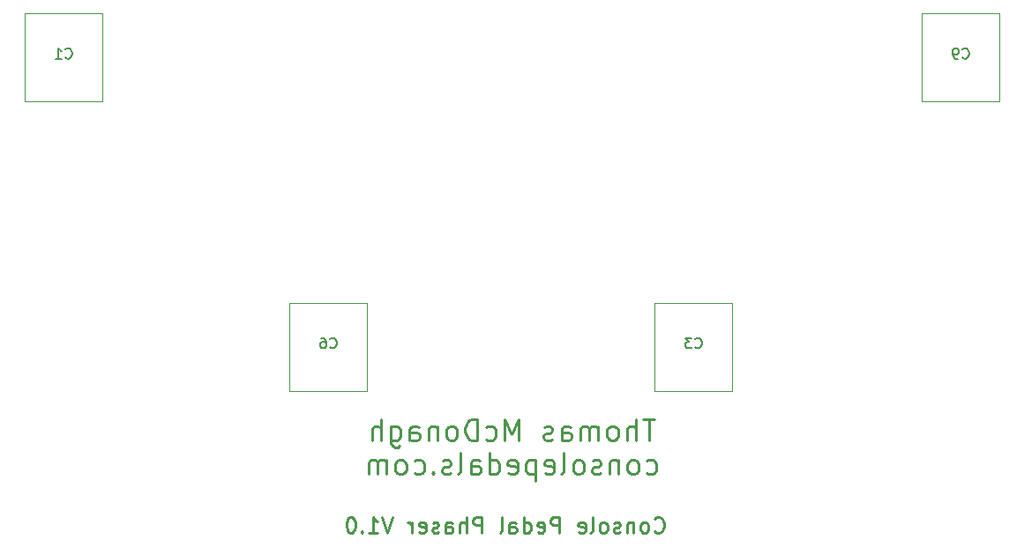
<source format=gbr>
G04 #@! TF.GenerationSoftware,KiCad,Pcbnew,(5.1.7)-1*
G04 #@! TF.CreationDate,2021-07-20T19:06:59-05:00*
G04 #@! TF.ProjectId,ConsolePedalPhaser,436f6e73-6f6c-4655-9065-64616c506861,rev?*
G04 #@! TF.SameCoordinates,Original*
G04 #@! TF.FileFunction,Legend,Bot*
G04 #@! TF.FilePolarity,Positive*
%FSLAX46Y46*%
G04 Gerber Fmt 4.6, Leading zero omitted, Abs format (unit mm)*
G04 Created by KiCad (PCBNEW (5.1.7)-1) date 2021-07-20 19:06:59*
%MOMM*%
%LPD*%
G01*
G04 APERTURE LIST*
%ADD10C,0.250000*%
%ADD11C,0.120000*%
%ADD12C,0.150000*%
G04 APERTURE END LIST*
D10*
X146401428Y-121820714D02*
X146472857Y-121892142D01*
X146687142Y-121963571D01*
X146830000Y-121963571D01*
X147044285Y-121892142D01*
X147187142Y-121749285D01*
X147258571Y-121606428D01*
X147330000Y-121320714D01*
X147330000Y-121106428D01*
X147258571Y-120820714D01*
X147187142Y-120677857D01*
X147044285Y-120535000D01*
X146830000Y-120463571D01*
X146687142Y-120463571D01*
X146472857Y-120535000D01*
X146401428Y-120606428D01*
X145544285Y-121963571D02*
X145687142Y-121892142D01*
X145758571Y-121820714D01*
X145830000Y-121677857D01*
X145830000Y-121249285D01*
X145758571Y-121106428D01*
X145687142Y-121035000D01*
X145544285Y-120963571D01*
X145330000Y-120963571D01*
X145187142Y-121035000D01*
X145115714Y-121106428D01*
X145044285Y-121249285D01*
X145044285Y-121677857D01*
X145115714Y-121820714D01*
X145187142Y-121892142D01*
X145330000Y-121963571D01*
X145544285Y-121963571D01*
X144401428Y-120963571D02*
X144401428Y-121963571D01*
X144401428Y-121106428D02*
X144330000Y-121035000D01*
X144187142Y-120963571D01*
X143972857Y-120963571D01*
X143830000Y-121035000D01*
X143758571Y-121177857D01*
X143758571Y-121963571D01*
X143115714Y-121892142D02*
X142972857Y-121963571D01*
X142687142Y-121963571D01*
X142544285Y-121892142D01*
X142472857Y-121749285D01*
X142472857Y-121677857D01*
X142544285Y-121535000D01*
X142687142Y-121463571D01*
X142901428Y-121463571D01*
X143044285Y-121392142D01*
X143115714Y-121249285D01*
X143115714Y-121177857D01*
X143044285Y-121035000D01*
X142901428Y-120963571D01*
X142687142Y-120963571D01*
X142544285Y-121035000D01*
X141615714Y-121963571D02*
X141758571Y-121892142D01*
X141830000Y-121820714D01*
X141901428Y-121677857D01*
X141901428Y-121249285D01*
X141830000Y-121106428D01*
X141758571Y-121035000D01*
X141615714Y-120963571D01*
X141401428Y-120963571D01*
X141258571Y-121035000D01*
X141187142Y-121106428D01*
X141115714Y-121249285D01*
X141115714Y-121677857D01*
X141187142Y-121820714D01*
X141258571Y-121892142D01*
X141401428Y-121963571D01*
X141615714Y-121963571D01*
X140258571Y-121963571D02*
X140401428Y-121892142D01*
X140472857Y-121749285D01*
X140472857Y-120463571D01*
X139115714Y-121892142D02*
X139258571Y-121963571D01*
X139544285Y-121963571D01*
X139687142Y-121892142D01*
X139758571Y-121749285D01*
X139758571Y-121177857D01*
X139687142Y-121035000D01*
X139544285Y-120963571D01*
X139258571Y-120963571D01*
X139115714Y-121035000D01*
X139044285Y-121177857D01*
X139044285Y-121320714D01*
X139758571Y-121463571D01*
X137258571Y-121963571D02*
X137258571Y-120463571D01*
X136687142Y-120463571D01*
X136544285Y-120535000D01*
X136472857Y-120606428D01*
X136401428Y-120749285D01*
X136401428Y-120963571D01*
X136472857Y-121106428D01*
X136544285Y-121177857D01*
X136687142Y-121249285D01*
X137258571Y-121249285D01*
X135187142Y-121892142D02*
X135330000Y-121963571D01*
X135615714Y-121963571D01*
X135758571Y-121892142D01*
X135830000Y-121749285D01*
X135830000Y-121177857D01*
X135758571Y-121035000D01*
X135615714Y-120963571D01*
X135330000Y-120963571D01*
X135187142Y-121035000D01*
X135115714Y-121177857D01*
X135115714Y-121320714D01*
X135830000Y-121463571D01*
X133830000Y-121963571D02*
X133830000Y-120463571D01*
X133830000Y-121892142D02*
X133972857Y-121963571D01*
X134258571Y-121963571D01*
X134401428Y-121892142D01*
X134472857Y-121820714D01*
X134544285Y-121677857D01*
X134544285Y-121249285D01*
X134472857Y-121106428D01*
X134401428Y-121035000D01*
X134258571Y-120963571D01*
X133972857Y-120963571D01*
X133830000Y-121035000D01*
X132472857Y-121963571D02*
X132472857Y-121177857D01*
X132544285Y-121035000D01*
X132687142Y-120963571D01*
X132972857Y-120963571D01*
X133115714Y-121035000D01*
X132472857Y-121892142D02*
X132615714Y-121963571D01*
X132972857Y-121963571D01*
X133115714Y-121892142D01*
X133187142Y-121749285D01*
X133187142Y-121606428D01*
X133115714Y-121463571D01*
X132972857Y-121392142D01*
X132615714Y-121392142D01*
X132472857Y-121320714D01*
X131544285Y-121963571D02*
X131687142Y-121892142D01*
X131758571Y-121749285D01*
X131758571Y-120463571D01*
X129830000Y-121963571D02*
X129830000Y-120463571D01*
X129258571Y-120463571D01*
X129115714Y-120535000D01*
X129044285Y-120606428D01*
X128972857Y-120749285D01*
X128972857Y-120963571D01*
X129044285Y-121106428D01*
X129115714Y-121177857D01*
X129258571Y-121249285D01*
X129830000Y-121249285D01*
X128330000Y-121963571D02*
X128330000Y-120463571D01*
X127687142Y-121963571D02*
X127687142Y-121177857D01*
X127758571Y-121035000D01*
X127901428Y-120963571D01*
X128115714Y-120963571D01*
X128258571Y-121035000D01*
X128330000Y-121106428D01*
X126330000Y-121963571D02*
X126330000Y-121177857D01*
X126401428Y-121035000D01*
X126544285Y-120963571D01*
X126830000Y-120963571D01*
X126972857Y-121035000D01*
X126330000Y-121892142D02*
X126472857Y-121963571D01*
X126830000Y-121963571D01*
X126972857Y-121892142D01*
X127044285Y-121749285D01*
X127044285Y-121606428D01*
X126972857Y-121463571D01*
X126830000Y-121392142D01*
X126472857Y-121392142D01*
X126330000Y-121320714D01*
X125687142Y-121892142D02*
X125544285Y-121963571D01*
X125258571Y-121963571D01*
X125115714Y-121892142D01*
X125044285Y-121749285D01*
X125044285Y-121677857D01*
X125115714Y-121535000D01*
X125258571Y-121463571D01*
X125472857Y-121463571D01*
X125615714Y-121392142D01*
X125687142Y-121249285D01*
X125687142Y-121177857D01*
X125615714Y-121035000D01*
X125472857Y-120963571D01*
X125258571Y-120963571D01*
X125115714Y-121035000D01*
X123830000Y-121892142D02*
X123972857Y-121963571D01*
X124258571Y-121963571D01*
X124401428Y-121892142D01*
X124472857Y-121749285D01*
X124472857Y-121177857D01*
X124401428Y-121035000D01*
X124258571Y-120963571D01*
X123972857Y-120963571D01*
X123830000Y-121035000D01*
X123758571Y-121177857D01*
X123758571Y-121320714D01*
X124472857Y-121463571D01*
X123115714Y-121963571D02*
X123115714Y-120963571D01*
X123115714Y-121249285D02*
X123044285Y-121106428D01*
X122972857Y-121035000D01*
X122830000Y-120963571D01*
X122687142Y-120963571D01*
X121258571Y-120463571D02*
X120758571Y-121963571D01*
X120258571Y-120463571D01*
X118972857Y-121963571D02*
X119830000Y-121963571D01*
X119401428Y-121963571D02*
X119401428Y-120463571D01*
X119544285Y-120677857D01*
X119687142Y-120820714D01*
X119830000Y-120892142D01*
X118330000Y-121820714D02*
X118258571Y-121892142D01*
X118330000Y-121963571D01*
X118401428Y-121892142D01*
X118330000Y-121820714D01*
X118330000Y-121963571D01*
X117330000Y-120463571D02*
X117187142Y-120463571D01*
X117044285Y-120535000D01*
X116972857Y-120606428D01*
X116901428Y-120749285D01*
X116830000Y-121035000D01*
X116830000Y-121392142D01*
X116901428Y-121677857D01*
X116972857Y-121820714D01*
X117044285Y-121892142D01*
X117187142Y-121963571D01*
X117330000Y-121963571D01*
X117472857Y-121892142D01*
X117544285Y-121820714D01*
X117615714Y-121677857D01*
X117687142Y-121392142D01*
X117687142Y-121035000D01*
X117615714Y-120749285D01*
X117544285Y-120606428D01*
X117472857Y-120535000D01*
X117330000Y-120463571D01*
X146429285Y-111071761D02*
X145286428Y-111071761D01*
X145857857Y-113071761D02*
X145857857Y-111071761D01*
X144619761Y-113071761D02*
X144619761Y-111071761D01*
X143762619Y-113071761D02*
X143762619Y-112024142D01*
X143857857Y-111833666D01*
X144048333Y-111738428D01*
X144334047Y-111738428D01*
X144524523Y-111833666D01*
X144619761Y-111928904D01*
X142524523Y-113071761D02*
X142715000Y-112976523D01*
X142810238Y-112881285D01*
X142905476Y-112690809D01*
X142905476Y-112119380D01*
X142810238Y-111928904D01*
X142715000Y-111833666D01*
X142524523Y-111738428D01*
X142238809Y-111738428D01*
X142048333Y-111833666D01*
X141953095Y-111928904D01*
X141857857Y-112119380D01*
X141857857Y-112690809D01*
X141953095Y-112881285D01*
X142048333Y-112976523D01*
X142238809Y-113071761D01*
X142524523Y-113071761D01*
X141000714Y-113071761D02*
X141000714Y-111738428D01*
X141000714Y-111928904D02*
X140905476Y-111833666D01*
X140715000Y-111738428D01*
X140429285Y-111738428D01*
X140238809Y-111833666D01*
X140143571Y-112024142D01*
X140143571Y-113071761D01*
X140143571Y-112024142D02*
X140048333Y-111833666D01*
X139857857Y-111738428D01*
X139572142Y-111738428D01*
X139381666Y-111833666D01*
X139286428Y-112024142D01*
X139286428Y-113071761D01*
X137476904Y-113071761D02*
X137476904Y-112024142D01*
X137572142Y-111833666D01*
X137762619Y-111738428D01*
X138143571Y-111738428D01*
X138334047Y-111833666D01*
X137476904Y-112976523D02*
X137667380Y-113071761D01*
X138143571Y-113071761D01*
X138334047Y-112976523D01*
X138429285Y-112786047D01*
X138429285Y-112595571D01*
X138334047Y-112405095D01*
X138143571Y-112309857D01*
X137667380Y-112309857D01*
X137476904Y-112214619D01*
X136619761Y-112976523D02*
X136429285Y-113071761D01*
X136048333Y-113071761D01*
X135857857Y-112976523D01*
X135762619Y-112786047D01*
X135762619Y-112690809D01*
X135857857Y-112500333D01*
X136048333Y-112405095D01*
X136334047Y-112405095D01*
X136524523Y-112309857D01*
X136619761Y-112119380D01*
X136619761Y-112024142D01*
X136524523Y-111833666D01*
X136334047Y-111738428D01*
X136048333Y-111738428D01*
X135857857Y-111833666D01*
X133381666Y-113071761D02*
X133381666Y-111071761D01*
X132715000Y-112500333D01*
X132048333Y-111071761D01*
X132048333Y-113071761D01*
X130238809Y-112976523D02*
X130429285Y-113071761D01*
X130810238Y-113071761D01*
X131000714Y-112976523D01*
X131095952Y-112881285D01*
X131191190Y-112690809D01*
X131191190Y-112119380D01*
X131095952Y-111928904D01*
X131000714Y-111833666D01*
X130810238Y-111738428D01*
X130429285Y-111738428D01*
X130238809Y-111833666D01*
X129381666Y-113071761D02*
X129381666Y-111071761D01*
X128905476Y-111071761D01*
X128619761Y-111167000D01*
X128429285Y-111357476D01*
X128334047Y-111547952D01*
X128238809Y-111928904D01*
X128238809Y-112214619D01*
X128334047Y-112595571D01*
X128429285Y-112786047D01*
X128619761Y-112976523D01*
X128905476Y-113071761D01*
X129381666Y-113071761D01*
X127095952Y-113071761D02*
X127286428Y-112976523D01*
X127381666Y-112881285D01*
X127476904Y-112690809D01*
X127476904Y-112119380D01*
X127381666Y-111928904D01*
X127286428Y-111833666D01*
X127095952Y-111738428D01*
X126810238Y-111738428D01*
X126619761Y-111833666D01*
X126524523Y-111928904D01*
X126429285Y-112119380D01*
X126429285Y-112690809D01*
X126524523Y-112881285D01*
X126619761Y-112976523D01*
X126810238Y-113071761D01*
X127095952Y-113071761D01*
X125572142Y-111738428D02*
X125572142Y-113071761D01*
X125572142Y-111928904D02*
X125476904Y-111833666D01*
X125286428Y-111738428D01*
X125000714Y-111738428D01*
X124810238Y-111833666D01*
X124715000Y-112024142D01*
X124715000Y-113071761D01*
X122905476Y-113071761D02*
X122905476Y-112024142D01*
X123000714Y-111833666D01*
X123191190Y-111738428D01*
X123572142Y-111738428D01*
X123762619Y-111833666D01*
X122905476Y-112976523D02*
X123095952Y-113071761D01*
X123572142Y-113071761D01*
X123762619Y-112976523D01*
X123857857Y-112786047D01*
X123857857Y-112595571D01*
X123762619Y-112405095D01*
X123572142Y-112309857D01*
X123095952Y-112309857D01*
X122905476Y-112214619D01*
X121095952Y-111738428D02*
X121095952Y-113357476D01*
X121191190Y-113547952D01*
X121286428Y-113643190D01*
X121476904Y-113738428D01*
X121762619Y-113738428D01*
X121953095Y-113643190D01*
X121095952Y-112976523D02*
X121286428Y-113071761D01*
X121667380Y-113071761D01*
X121857857Y-112976523D01*
X121953095Y-112881285D01*
X122048333Y-112690809D01*
X122048333Y-112119380D01*
X121953095Y-111928904D01*
X121857857Y-111833666D01*
X121667380Y-111738428D01*
X121286428Y-111738428D01*
X121095952Y-111833666D01*
X120143571Y-113071761D02*
X120143571Y-111071761D01*
X119286428Y-113071761D02*
X119286428Y-112024142D01*
X119381666Y-111833666D01*
X119572142Y-111738428D01*
X119857857Y-111738428D01*
X120048333Y-111833666D01*
X120143571Y-111928904D01*
X145619761Y-116226523D02*
X145810238Y-116321761D01*
X146191190Y-116321761D01*
X146381666Y-116226523D01*
X146476904Y-116131285D01*
X146572142Y-115940809D01*
X146572142Y-115369380D01*
X146476904Y-115178904D01*
X146381666Y-115083666D01*
X146191190Y-114988428D01*
X145810238Y-114988428D01*
X145619761Y-115083666D01*
X144476904Y-116321761D02*
X144667380Y-116226523D01*
X144762619Y-116131285D01*
X144857857Y-115940809D01*
X144857857Y-115369380D01*
X144762619Y-115178904D01*
X144667380Y-115083666D01*
X144476904Y-114988428D01*
X144191190Y-114988428D01*
X144000714Y-115083666D01*
X143905476Y-115178904D01*
X143810238Y-115369380D01*
X143810238Y-115940809D01*
X143905476Y-116131285D01*
X144000714Y-116226523D01*
X144191190Y-116321761D01*
X144476904Y-116321761D01*
X142953095Y-114988428D02*
X142953095Y-116321761D01*
X142953095Y-115178904D02*
X142857857Y-115083666D01*
X142667380Y-114988428D01*
X142381666Y-114988428D01*
X142191190Y-115083666D01*
X142095952Y-115274142D01*
X142095952Y-116321761D01*
X141238809Y-116226523D02*
X141048333Y-116321761D01*
X140667380Y-116321761D01*
X140476904Y-116226523D01*
X140381666Y-116036047D01*
X140381666Y-115940809D01*
X140476904Y-115750333D01*
X140667380Y-115655095D01*
X140953095Y-115655095D01*
X141143571Y-115559857D01*
X141238809Y-115369380D01*
X141238809Y-115274142D01*
X141143571Y-115083666D01*
X140953095Y-114988428D01*
X140667380Y-114988428D01*
X140476904Y-115083666D01*
X139238809Y-116321761D02*
X139429285Y-116226523D01*
X139524523Y-116131285D01*
X139619761Y-115940809D01*
X139619761Y-115369380D01*
X139524523Y-115178904D01*
X139429285Y-115083666D01*
X139238809Y-114988428D01*
X138953095Y-114988428D01*
X138762619Y-115083666D01*
X138667380Y-115178904D01*
X138572142Y-115369380D01*
X138572142Y-115940809D01*
X138667380Y-116131285D01*
X138762619Y-116226523D01*
X138953095Y-116321761D01*
X139238809Y-116321761D01*
X137429285Y-116321761D02*
X137619761Y-116226523D01*
X137715000Y-116036047D01*
X137715000Y-114321761D01*
X135905476Y-116226523D02*
X136095952Y-116321761D01*
X136476904Y-116321761D01*
X136667380Y-116226523D01*
X136762619Y-116036047D01*
X136762619Y-115274142D01*
X136667380Y-115083666D01*
X136476904Y-114988428D01*
X136095952Y-114988428D01*
X135905476Y-115083666D01*
X135810238Y-115274142D01*
X135810238Y-115464619D01*
X136762619Y-115655095D01*
X134953095Y-114988428D02*
X134953095Y-116988428D01*
X134953095Y-115083666D02*
X134762619Y-114988428D01*
X134381666Y-114988428D01*
X134191190Y-115083666D01*
X134095952Y-115178904D01*
X134000714Y-115369380D01*
X134000714Y-115940809D01*
X134095952Y-116131285D01*
X134191190Y-116226523D01*
X134381666Y-116321761D01*
X134762619Y-116321761D01*
X134953095Y-116226523D01*
X132381666Y-116226523D02*
X132572142Y-116321761D01*
X132953095Y-116321761D01*
X133143571Y-116226523D01*
X133238809Y-116036047D01*
X133238809Y-115274142D01*
X133143571Y-115083666D01*
X132953095Y-114988428D01*
X132572142Y-114988428D01*
X132381666Y-115083666D01*
X132286428Y-115274142D01*
X132286428Y-115464619D01*
X133238809Y-115655095D01*
X130572142Y-116321761D02*
X130572142Y-114321761D01*
X130572142Y-116226523D02*
X130762619Y-116321761D01*
X131143571Y-116321761D01*
X131334047Y-116226523D01*
X131429285Y-116131285D01*
X131524523Y-115940809D01*
X131524523Y-115369380D01*
X131429285Y-115178904D01*
X131334047Y-115083666D01*
X131143571Y-114988428D01*
X130762619Y-114988428D01*
X130572142Y-115083666D01*
X128762619Y-116321761D02*
X128762619Y-115274142D01*
X128857857Y-115083666D01*
X129048333Y-114988428D01*
X129429285Y-114988428D01*
X129619761Y-115083666D01*
X128762619Y-116226523D02*
X128953095Y-116321761D01*
X129429285Y-116321761D01*
X129619761Y-116226523D01*
X129715000Y-116036047D01*
X129715000Y-115845571D01*
X129619761Y-115655095D01*
X129429285Y-115559857D01*
X128953095Y-115559857D01*
X128762619Y-115464619D01*
X127524523Y-116321761D02*
X127715000Y-116226523D01*
X127810238Y-116036047D01*
X127810238Y-114321761D01*
X126857857Y-116226523D02*
X126667380Y-116321761D01*
X126286428Y-116321761D01*
X126095952Y-116226523D01*
X126000714Y-116036047D01*
X126000714Y-115940809D01*
X126095952Y-115750333D01*
X126286428Y-115655095D01*
X126572142Y-115655095D01*
X126762619Y-115559857D01*
X126857857Y-115369380D01*
X126857857Y-115274142D01*
X126762619Y-115083666D01*
X126572142Y-114988428D01*
X126286428Y-114988428D01*
X126095952Y-115083666D01*
X125143571Y-116131285D02*
X125048333Y-116226523D01*
X125143571Y-116321761D01*
X125238809Y-116226523D01*
X125143571Y-116131285D01*
X125143571Y-116321761D01*
X123334047Y-116226523D02*
X123524523Y-116321761D01*
X123905476Y-116321761D01*
X124095952Y-116226523D01*
X124191190Y-116131285D01*
X124286428Y-115940809D01*
X124286428Y-115369380D01*
X124191190Y-115178904D01*
X124095952Y-115083666D01*
X123905476Y-114988428D01*
X123524523Y-114988428D01*
X123334047Y-115083666D01*
X122191190Y-116321761D02*
X122381666Y-116226523D01*
X122476904Y-116131285D01*
X122572142Y-115940809D01*
X122572142Y-115369380D01*
X122476904Y-115178904D01*
X122381666Y-115083666D01*
X122191190Y-114988428D01*
X121905476Y-114988428D01*
X121715000Y-115083666D01*
X121619761Y-115178904D01*
X121524523Y-115369380D01*
X121524523Y-115940809D01*
X121619761Y-116131285D01*
X121715000Y-116226523D01*
X121905476Y-116321761D01*
X122191190Y-116321761D01*
X120667380Y-116321761D02*
X120667380Y-114988428D01*
X120667380Y-115178904D02*
X120572142Y-115083666D01*
X120381666Y-114988428D01*
X120095952Y-114988428D01*
X119905476Y-115083666D01*
X119810238Y-115274142D01*
X119810238Y-116321761D01*
X119810238Y-115274142D02*
X119715000Y-115083666D01*
X119524523Y-114988428D01*
X119238809Y-114988428D01*
X119048333Y-115083666D01*
X118953095Y-115274142D01*
X118953095Y-116321761D01*
D11*
G04 #@! TO.C,C1*
X93422000Y-72036000D02*
X85982000Y-72036000D01*
X93422000Y-80526000D02*
X85982000Y-80526000D01*
X93422000Y-72036000D02*
X93422000Y-80526000D01*
X85982000Y-72036000D02*
X85982000Y-80526000D01*
G04 #@! TO.C,C3*
X146434000Y-99874400D02*
X146434000Y-108364400D01*
X153874000Y-99874400D02*
X153874000Y-108364400D01*
X153874000Y-108364400D02*
X146434000Y-108364400D01*
X153874000Y-99874400D02*
X146434000Y-99874400D01*
G04 #@! TO.C,C6*
X111382000Y-99874400D02*
X111382000Y-108364400D01*
X118822000Y-99874400D02*
X118822000Y-108364400D01*
X118822000Y-108364400D02*
X111382000Y-108364400D01*
X118822000Y-99874400D02*
X111382000Y-99874400D01*
G04 #@! TO.C,C9*
X179528000Y-72036000D02*
X172088000Y-72036000D01*
X179528000Y-80526000D02*
X172088000Y-80526000D01*
X179528000Y-72036000D02*
X179528000Y-80526000D01*
X172088000Y-72036000D02*
X172088000Y-80526000D01*
G04 #@! TO.C,C1*
D12*
X89868666Y-76303142D02*
X89916285Y-76350761D01*
X90059142Y-76398380D01*
X90154380Y-76398380D01*
X90297238Y-76350761D01*
X90392476Y-76255523D01*
X90440095Y-76160285D01*
X90487714Y-75969809D01*
X90487714Y-75826952D01*
X90440095Y-75636476D01*
X90392476Y-75541238D01*
X90297238Y-75446000D01*
X90154380Y-75398380D01*
X90059142Y-75398380D01*
X89916285Y-75446000D01*
X89868666Y-75493619D01*
X88916285Y-76398380D02*
X89487714Y-76398380D01*
X89202000Y-76398380D02*
X89202000Y-75398380D01*
X89297238Y-75541238D01*
X89392476Y-75636476D01*
X89487714Y-75684095D01*
G04 #@! TO.C,C3*
X150320666Y-104141542D02*
X150368285Y-104189161D01*
X150511142Y-104236780D01*
X150606380Y-104236780D01*
X150749238Y-104189161D01*
X150844476Y-104093923D01*
X150892095Y-103998685D01*
X150939714Y-103808209D01*
X150939714Y-103665352D01*
X150892095Y-103474876D01*
X150844476Y-103379638D01*
X150749238Y-103284400D01*
X150606380Y-103236780D01*
X150511142Y-103236780D01*
X150368285Y-103284400D01*
X150320666Y-103332019D01*
X149987333Y-103236780D02*
X149368285Y-103236780D01*
X149701619Y-103617733D01*
X149558761Y-103617733D01*
X149463523Y-103665352D01*
X149415904Y-103712971D01*
X149368285Y-103808209D01*
X149368285Y-104046304D01*
X149415904Y-104141542D01*
X149463523Y-104189161D01*
X149558761Y-104236780D01*
X149844476Y-104236780D01*
X149939714Y-104189161D01*
X149987333Y-104141542D01*
G04 #@! TO.C,C6*
X115268666Y-104141542D02*
X115316285Y-104189161D01*
X115459142Y-104236780D01*
X115554380Y-104236780D01*
X115697238Y-104189161D01*
X115792476Y-104093923D01*
X115840095Y-103998685D01*
X115887714Y-103808209D01*
X115887714Y-103665352D01*
X115840095Y-103474876D01*
X115792476Y-103379638D01*
X115697238Y-103284400D01*
X115554380Y-103236780D01*
X115459142Y-103236780D01*
X115316285Y-103284400D01*
X115268666Y-103332019D01*
X114411523Y-103236780D02*
X114602000Y-103236780D01*
X114697238Y-103284400D01*
X114744857Y-103332019D01*
X114840095Y-103474876D01*
X114887714Y-103665352D01*
X114887714Y-104046304D01*
X114840095Y-104141542D01*
X114792476Y-104189161D01*
X114697238Y-104236780D01*
X114506761Y-104236780D01*
X114411523Y-104189161D01*
X114363904Y-104141542D01*
X114316285Y-104046304D01*
X114316285Y-103808209D01*
X114363904Y-103712971D01*
X114411523Y-103665352D01*
X114506761Y-103617733D01*
X114697238Y-103617733D01*
X114792476Y-103665352D01*
X114840095Y-103712971D01*
X114887714Y-103808209D01*
G04 #@! TO.C,C9*
X175974666Y-76303142D02*
X176022285Y-76350761D01*
X176165142Y-76398380D01*
X176260380Y-76398380D01*
X176403238Y-76350761D01*
X176498476Y-76255523D01*
X176546095Y-76160285D01*
X176593714Y-75969809D01*
X176593714Y-75826952D01*
X176546095Y-75636476D01*
X176498476Y-75541238D01*
X176403238Y-75446000D01*
X176260380Y-75398380D01*
X176165142Y-75398380D01*
X176022285Y-75446000D01*
X175974666Y-75493619D01*
X175498476Y-76398380D02*
X175308000Y-76398380D01*
X175212761Y-76350761D01*
X175165142Y-76303142D01*
X175069904Y-76160285D01*
X175022285Y-75969809D01*
X175022285Y-75588857D01*
X175069904Y-75493619D01*
X175117523Y-75446000D01*
X175212761Y-75398380D01*
X175403238Y-75398380D01*
X175498476Y-75446000D01*
X175546095Y-75493619D01*
X175593714Y-75588857D01*
X175593714Y-75826952D01*
X175546095Y-75922190D01*
X175498476Y-75969809D01*
X175403238Y-76017428D01*
X175212761Y-76017428D01*
X175117523Y-75969809D01*
X175069904Y-75922190D01*
X175022285Y-75826952D01*
G04 #@! TD*
M02*

</source>
